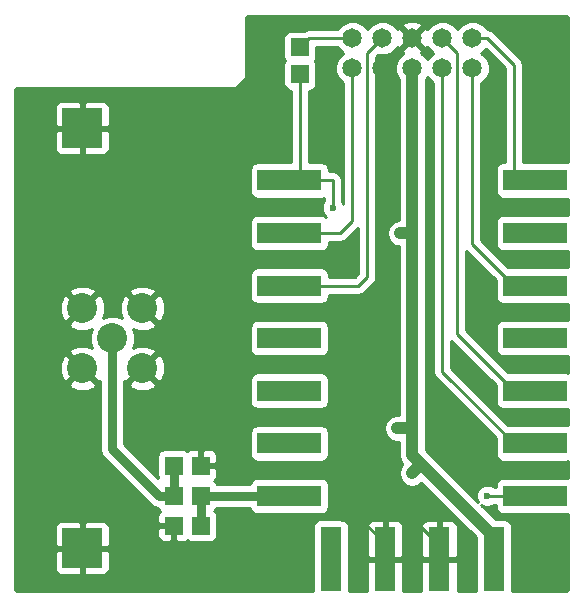
<source format=gtl>
G04 #@! TF.FileFunction,Copper,L1,Top,Signal*
%FSLAX46Y46*%
G04 Gerber Fmt 4.6, Leading zero omitted, Abs format (unit mm)*
G04 Created by KiCad (PCBNEW 0.201506232253+5814~23~ubuntu14.04.1-product) date Mon 29 Jun 2015 10:40:57 AM CDT*
%MOMM*%
G01*
G04 APERTURE LIST*
%ADD10C,0.100000*%
%ADD11C,2.540000*%
%ADD12C,1.651000*%
%ADD13R,3.350000X3.350000*%
%ADD14R,1.498600X1.498600*%
%ADD15R,5.400000X1.800000*%
%ADD16R,1.800000X5.400000*%
%ADD17C,0.600000*%
%ADD18C,1.016000*%
%ADD19C,0.250000*%
%ADD20C,0.787400*%
%ADD21C,0.254000*%
G04 APERTURE END LIST*
D10*
D11*
X119380000Y-109220000D03*
X121920000Y-106680000D03*
X121920000Y-111760000D03*
X116840000Y-111760000D03*
X116840000Y-106680000D03*
D12*
X139700000Y-83820000D03*
X139700000Y-86360000D03*
X142240000Y-83820000D03*
X142240000Y-86360000D03*
X144780000Y-83820000D03*
X144780000Y-86360000D03*
X147320000Y-83820000D03*
X147320000Y-86360000D03*
X149860000Y-83820000D03*
X149860000Y-86360000D03*
D13*
X116840000Y-127000000D03*
X116840000Y-91440000D03*
D14*
X124579380Y-120015000D03*
X126880620Y-120015000D03*
X126880620Y-125095000D03*
X124579380Y-125095000D03*
X124579380Y-122555000D03*
X126880620Y-122555000D03*
X135255000Y-86875620D03*
X135255000Y-84574380D03*
D15*
X134380000Y-95870000D03*
X134380000Y-100320000D03*
X134380000Y-104770000D03*
X134380000Y-109220000D03*
X134380000Y-113670000D03*
X134380000Y-118120000D03*
X134380000Y-122570000D03*
D16*
X137880000Y-127920000D03*
X142480000Y-127920000D03*
X147080000Y-127920000D03*
X151680000Y-127920000D03*
D15*
X155180000Y-122570000D03*
X155180000Y-118120000D03*
X155180000Y-113670000D03*
X155180000Y-109220000D03*
X155180000Y-104770000D03*
X155180000Y-100320000D03*
X155180000Y-95870000D03*
D17*
X144780000Y-120650000D03*
X143510000Y-116840000D03*
X143764000Y-100330000D03*
X144780000Y-124460000D03*
X140335000Y-124460000D03*
X132715000Y-91440000D03*
X132715000Y-83820000D03*
X137795000Y-91440000D03*
X156210000Y-128905000D03*
X140970000Y-106680000D03*
X140970000Y-113030000D03*
X150495000Y-106680000D03*
X147320000Y-115570000D03*
X149860000Y-112395000D03*
X151130000Y-98425000D03*
X121285000Y-91440000D03*
X133350000Y-127000000D03*
X121285000Y-127000000D03*
X156845000Y-84455000D03*
X156845000Y-91440000D03*
X151130000Y-122555000D03*
X138049000Y-98171000D03*
D18*
X145415000Y-120015000D02*
X145415000Y-119761000D01*
X145542000Y-119888000D02*
X145415000Y-120015000D01*
X144780000Y-120650000D02*
X145542000Y-119888000D01*
X143510000Y-116840000D02*
X144780000Y-116840000D01*
X143764000Y-100330000D02*
X144780000Y-100330000D01*
X144780000Y-86360000D02*
X144780000Y-100330000D01*
X144780000Y-100330000D02*
X144780000Y-116840000D01*
X144780000Y-116840000D02*
X144780000Y-119126000D01*
X144780000Y-119126000D02*
X145415000Y-119761000D01*
X145415000Y-119761000D02*
X151680000Y-126026000D01*
X151680000Y-126026000D02*
X151680000Y-126120000D01*
X151680000Y-126026000D02*
X151680000Y-126120000D01*
X151680000Y-129312760D02*
X151680000Y-126120000D01*
D19*
X146440000Y-126120000D02*
X144780000Y-124460000D01*
X147080000Y-126120000D02*
X146440000Y-126120000D01*
X147080000Y-126120000D02*
X147075000Y-126120000D01*
X142480000Y-126120000D02*
X141995000Y-126120000D01*
X141995000Y-126120000D02*
X140335000Y-124460000D01*
X132715000Y-83820000D02*
X132715000Y-91440000D01*
X142480000Y-126120000D02*
X143120000Y-126120000D01*
X140970000Y-113030000D02*
X140970000Y-106680000D01*
X116840000Y-91440000D02*
X121285000Y-91440000D01*
X116840000Y-127000000D02*
X121285000Y-127000000D01*
X156845000Y-84455000D02*
X156845000Y-91440000D01*
X139700000Y-83820000D02*
X136009380Y-83820000D01*
X136009380Y-83820000D02*
X135255000Y-84574380D01*
X139700000Y-96800000D02*
X139700000Y-99314000D01*
X139700000Y-86360000D02*
X139700000Y-96800000D01*
X138694000Y-100320000D02*
X136180000Y-100320000D01*
X139700000Y-99314000D02*
X138694000Y-100320000D01*
X140970000Y-100076000D02*
X140970000Y-104013000D01*
X140213000Y-104770000D02*
X136180000Y-104770000D01*
X140970000Y-104013000D02*
X140213000Y-104770000D01*
X140970000Y-85090000D02*
X140970000Y-100076000D01*
X140970000Y-100076000D02*
X140970000Y-99980000D01*
X142240000Y-83820000D02*
X140970000Y-85090000D01*
X148590000Y-85090000D02*
X148590000Y-108880000D01*
X148590000Y-108880000D02*
X153380000Y-113670000D01*
X147320000Y-83820000D02*
X148590000Y-85090000D01*
X147320000Y-112060000D02*
X153380000Y-118120000D01*
X147320000Y-86360000D02*
X147320000Y-112060000D01*
X151130000Y-83820000D02*
X153380000Y-86070000D01*
X153380000Y-86070000D02*
X153380000Y-95870000D01*
X149860000Y-83820000D02*
X151130000Y-83820000D01*
X149860000Y-101250000D02*
X153380000Y-104770000D01*
X149860000Y-86360000D02*
X149860000Y-101250000D01*
X151145000Y-122570000D02*
X153380000Y-122570000D01*
X151130000Y-122555000D02*
X151145000Y-122570000D01*
X153380000Y-122570000D02*
X153304000Y-122570000D01*
X153050000Y-122570000D02*
X153380000Y-122570000D01*
D20*
X119380000Y-109220000D02*
X119380000Y-118618000D01*
X123317000Y-122555000D02*
X124579380Y-122555000D01*
X119380000Y-118618000D02*
X123317000Y-122555000D01*
X124579380Y-122555000D02*
X124579380Y-120015000D01*
X126880620Y-125095000D02*
X126880620Y-122555000D01*
X136180000Y-122570000D02*
X126895620Y-122570000D01*
X126895620Y-122570000D02*
X126880620Y-122555000D01*
X136180000Y-122570000D02*
X132730000Y-122570000D01*
D19*
X135255000Y-86875620D02*
X135255000Y-94945000D01*
X135255000Y-94945000D02*
X136180000Y-95870000D01*
X136180000Y-95870000D02*
X138049000Y-95870000D01*
X138049000Y-95870000D02*
X138049000Y-95885000D01*
X138049000Y-98171000D02*
X138049000Y-95885000D01*
D21*
G36*
X151832560Y-123470000D02*
X151879537Y-123712123D01*
X152019327Y-123924927D01*
X152230360Y-124067377D01*
X152480000Y-124117440D01*
X157880000Y-124117440D01*
X157938000Y-124106187D01*
X157938000Y-130526264D01*
X157831264Y-130633000D01*
X153224833Y-130633000D01*
X153227440Y-130620000D01*
X153227440Y-125220000D01*
X153180463Y-124977877D01*
X153040673Y-124765073D01*
X152829640Y-124622623D01*
X152580000Y-124572560D01*
X151843006Y-124572560D01*
X150630395Y-123359949D01*
X150943201Y-123489838D01*
X151315167Y-123490162D01*
X151658943Y-123348117D01*
X151677092Y-123330000D01*
X151832560Y-123330000D01*
X151832560Y-123470000D01*
X151832560Y-123470000D01*
G37*
X151832560Y-123470000D02*
X151879537Y-123712123D01*
X152019327Y-123924927D01*
X152230360Y-124067377D01*
X152480000Y-124117440D01*
X157880000Y-124117440D01*
X157938000Y-124106187D01*
X157938000Y-130526264D01*
X157831264Y-130633000D01*
X153224833Y-130633000D01*
X153227440Y-130620000D01*
X153227440Y-125220000D01*
X153180463Y-124977877D01*
X153040673Y-124765073D01*
X152829640Y-124622623D01*
X152580000Y-124572560D01*
X151843006Y-124572560D01*
X150630395Y-123359949D01*
X150943201Y-123489838D01*
X151315167Y-123490162D01*
X151658943Y-123348117D01*
X151677092Y-123330000D01*
X151832560Y-123330000D01*
X151832560Y-123470000D01*
G36*
X157938000Y-82071736D02*
X157938000Y-94334191D01*
X157880000Y-94322560D01*
X154140000Y-94322560D01*
X154140000Y-86070000D01*
X154082148Y-85779161D01*
X153917401Y-85532599D01*
X151667401Y-83282599D01*
X151420839Y-83117852D01*
X151130000Y-83060000D01*
X151126238Y-83060000D01*
X151098874Y-82993774D01*
X150688387Y-82582570D01*
X150151786Y-82359754D01*
X149570763Y-82359247D01*
X149033774Y-82581126D01*
X148622570Y-82991613D01*
X148590196Y-83069579D01*
X148558874Y-82993774D01*
X148148387Y-82582570D01*
X147611786Y-82359754D01*
X147030763Y-82359247D01*
X146493774Y-82581126D01*
X146082570Y-82991613D01*
X146056513Y-83054366D01*
X146054976Y-83050656D01*
X145806215Y-82973390D01*
X144959605Y-83820000D01*
X145806215Y-84666610D01*
X146054976Y-84589344D01*
X146056211Y-84585926D01*
X146081126Y-84646226D01*
X146491613Y-85057430D01*
X146569579Y-85089804D01*
X146493774Y-85121126D01*
X146082570Y-85531613D01*
X146050196Y-85609579D01*
X146018874Y-85533774D01*
X145608387Y-85122570D01*
X145545634Y-85096513D01*
X145549344Y-85094976D01*
X145626610Y-84846215D01*
X144780000Y-83999605D01*
X143933390Y-84846215D01*
X144010656Y-85094976D01*
X144014074Y-85096211D01*
X143953774Y-85121126D01*
X143542570Y-85531613D01*
X143319754Y-86068214D01*
X143319247Y-86649237D01*
X143541126Y-87186226D01*
X143637000Y-87282267D01*
X143637000Y-99212262D01*
X143326593Y-99274006D01*
X142955777Y-99521777D01*
X142708006Y-99892593D01*
X142621000Y-100330000D01*
X142708006Y-100767407D01*
X142955777Y-101138223D01*
X143326593Y-101385994D01*
X143637000Y-101447738D01*
X143637000Y-115697000D01*
X143510000Y-115697000D01*
X143072593Y-115784006D01*
X142701777Y-116031777D01*
X142454006Y-116402593D01*
X142367000Y-116840000D01*
X142454006Y-117277407D01*
X142701777Y-117648223D01*
X143072593Y-117895994D01*
X143510000Y-117983000D01*
X143637000Y-117983000D01*
X143637000Y-119126000D01*
X143724006Y-119563407D01*
X143940892Y-119888000D01*
X143724006Y-120212593D01*
X143637000Y-120650000D01*
X143724006Y-121087407D01*
X143971777Y-121458223D01*
X144342593Y-121705994D01*
X144780000Y-121793000D01*
X145217407Y-121705994D01*
X145532806Y-121495252D01*
X150132560Y-126095006D01*
X150132560Y-130620000D01*
X150135082Y-130633000D01*
X148615000Y-130633000D01*
X148615000Y-128205750D01*
X148456250Y-128047000D01*
X147207000Y-128047000D01*
X147207000Y-128067000D01*
X146953000Y-128067000D01*
X146953000Y-128047000D01*
X145703750Y-128047000D01*
X145545000Y-128205750D01*
X145545000Y-130633000D01*
X144015000Y-130633000D01*
X144015000Y-128205750D01*
X143856250Y-128047000D01*
X142607000Y-128047000D01*
X142607000Y-128067000D01*
X142353000Y-128067000D01*
X142353000Y-128047000D01*
X141103750Y-128047000D01*
X140945000Y-128205750D01*
X140945000Y-130633000D01*
X139424833Y-130633000D01*
X139427440Y-130620000D01*
X139427440Y-125220000D01*
X139380463Y-124977877D01*
X139240673Y-124765073D01*
X139029640Y-124622623D01*
X138842032Y-124585000D01*
X141453691Y-124585000D01*
X141220302Y-124681673D01*
X141041673Y-124860301D01*
X140945000Y-125093690D01*
X140945000Y-127634250D01*
X141103750Y-127793000D01*
X142353000Y-127793000D01*
X142353000Y-124743750D01*
X142194250Y-124585000D01*
X142765750Y-124585000D01*
X142194250Y-124585000D01*
X142194250Y-124585000D01*
X142765750Y-124585000D01*
X142607000Y-124743750D01*
X142607000Y-127793000D01*
X143856250Y-127793000D01*
X144015000Y-127634250D01*
X144015000Y-125093690D01*
X143918327Y-124860301D01*
X143739698Y-124681673D01*
X143506309Y-124585000D01*
X146053691Y-124585000D01*
X145820302Y-124681673D01*
X145641673Y-124860301D01*
X145545000Y-125093690D01*
X145545000Y-127634250D01*
X145703750Y-127793000D01*
X146953000Y-127793000D01*
X146953000Y-124743750D01*
X146794250Y-124585000D01*
X147365750Y-124585000D01*
X146794250Y-124585000D01*
X146794250Y-124585000D01*
X147365750Y-124585000D01*
X147207000Y-124743750D01*
X147207000Y-127793000D01*
X148456250Y-127793000D01*
X148615000Y-127634250D01*
X148615000Y-125093690D01*
X148518327Y-124860301D01*
X148339698Y-124681673D01*
X148106309Y-124585000D01*
X147365750Y-124585000D01*
X146794250Y-124585000D01*
X146794250Y-124585000D01*
X146053691Y-124585000D01*
X143506309Y-124585000D01*
X143506309Y-124585000D01*
X142765750Y-124585000D01*
X142194250Y-124585000D01*
X142194250Y-124585000D01*
X141453691Y-124585000D01*
X138842032Y-124585000D01*
X138780000Y-124572560D01*
X136980000Y-124572560D01*
X136737877Y-124619537D01*
X136525073Y-124759327D01*
X136382623Y-124970360D01*
X136332560Y-125220000D01*
X136332560Y-130620000D01*
X136335082Y-130633000D01*
X111281736Y-130633000D01*
X111175000Y-130526264D01*
X111175000Y-127127000D01*
X114688750Y-127127000D01*
X114530000Y-127285750D01*
X114530000Y-128801310D01*
X114626673Y-129034699D01*
X114805302Y-129213327D01*
X115038691Y-129310000D01*
X116554250Y-129310000D01*
X116713000Y-129151250D01*
X116713000Y-127127000D01*
X116967000Y-127127000D01*
X116967000Y-129151250D01*
X117125750Y-129310000D01*
X118641309Y-129310000D01*
X118874698Y-129213327D01*
X119053327Y-129034699D01*
X119150000Y-128801310D01*
X119150000Y-127285750D01*
X118991250Y-127127000D01*
X116967000Y-127127000D01*
X116713000Y-127127000D01*
X116713000Y-127127000D01*
X114688750Y-127127000D01*
X111175000Y-127127000D01*
X111175000Y-124690000D01*
X115038691Y-124690000D01*
X114805302Y-124786673D01*
X114626673Y-124965301D01*
X114530000Y-125198690D01*
X114530000Y-126714250D01*
X114688750Y-126873000D01*
X116713000Y-126873000D01*
X116713000Y-124848750D01*
X116554250Y-124690000D01*
X117125750Y-124690000D01*
X116967000Y-124848750D01*
X116967000Y-126873000D01*
X118991250Y-126873000D01*
X119150000Y-126714250D01*
X119150000Y-125222000D01*
X123353830Y-125222000D01*
X123195080Y-125380750D01*
X123195080Y-125970610D01*
X123291753Y-126203999D01*
X123470382Y-126382627D01*
X123703771Y-126479300D01*
X124293630Y-126479300D01*
X124452380Y-126320550D01*
X124452380Y-125222000D01*
X123353830Y-125222000D01*
X119150000Y-125222000D01*
X119150000Y-125198690D01*
X119053327Y-124965301D01*
X118874698Y-124786673D01*
X118641309Y-124690000D01*
X117125750Y-124690000D01*
X116554250Y-124690000D01*
X116554250Y-124690000D01*
X115038691Y-124690000D01*
X111175000Y-124690000D01*
X111175000Y-113107777D01*
X115671828Y-113107777D01*
X115803520Y-113402657D01*
X116511036Y-113674261D01*
X117268632Y-113654436D01*
X117876480Y-113402657D01*
X118008172Y-113107777D01*
X116840000Y-111939605D01*
X115671828Y-113107777D01*
X111175000Y-113107777D01*
X111175000Y-110723520D01*
X115197343Y-110723520D01*
X114925739Y-111431036D01*
X114945564Y-112188632D01*
X115197343Y-112796480D01*
X115492223Y-112928172D01*
X116660395Y-111760000D01*
X115492223Y-110591828D01*
X115197343Y-110723520D01*
X111175000Y-110723520D01*
X111175000Y-108027777D01*
X115671828Y-108027777D01*
X115803520Y-108322657D01*
X116511036Y-108594261D01*
X117268632Y-108574436D01*
X117651150Y-108415992D01*
X117475332Y-108839410D01*
X117474670Y-109597265D01*
X117654324Y-110032061D01*
X117168964Y-109845739D01*
X116411368Y-109865564D01*
X115803520Y-110117343D01*
X115671828Y-110412223D01*
X116840000Y-111580395D01*
X116854143Y-111566253D01*
X117033748Y-111745858D01*
X117019605Y-111760000D01*
X118187777Y-112928172D01*
X118351300Y-112855143D01*
X118351300Y-118618000D01*
X118429605Y-119011667D01*
X118652599Y-119345401D01*
X122589599Y-123282401D01*
X122923333Y-123505395D01*
X123244651Y-123569310D01*
X123369407Y-123759227D01*
X123458434Y-123819321D01*
X123291753Y-123986001D01*
X123195080Y-124219390D01*
X123195080Y-124809250D01*
X123353830Y-124968000D01*
X124452380Y-124968000D01*
X124452380Y-124948000D01*
X124706380Y-124948000D01*
X124706380Y-124968000D01*
X124726380Y-124968000D01*
X124726380Y-125222000D01*
X124706380Y-125222000D01*
X124706380Y-126320550D01*
X124865130Y-126479300D01*
X125454989Y-126479300D01*
X125688378Y-126382627D01*
X125731023Y-126339982D01*
X125881680Y-126441677D01*
X126131320Y-126491740D01*
X127629920Y-126491740D01*
X127872043Y-126444763D01*
X128084847Y-126304973D01*
X128227297Y-126093940D01*
X128277360Y-125844300D01*
X128277360Y-124345700D01*
X128230383Y-124103577D01*
X128090593Y-123890773D01*
X127993308Y-123825104D01*
X128084847Y-123764973D01*
X128197083Y-123598700D01*
X131057531Y-123598700D01*
X131079537Y-123712123D01*
X131219327Y-123924927D01*
X131430360Y-124067377D01*
X131680000Y-124117440D01*
X137080000Y-124117440D01*
X137322123Y-124070463D01*
X137534927Y-123930673D01*
X137677377Y-123719640D01*
X137727440Y-123470000D01*
X137727440Y-121670000D01*
X137680463Y-121427877D01*
X137540673Y-121215073D01*
X137329640Y-121072623D01*
X137080000Y-121022560D01*
X131680000Y-121022560D01*
X131437877Y-121069537D01*
X131225073Y-121209327D01*
X131082623Y-121420360D01*
X131058370Y-121541300D01*
X128215749Y-121541300D01*
X128090593Y-121350773D01*
X128001566Y-121290679D01*
X128168247Y-121123999D01*
X128264920Y-120890610D01*
X128264920Y-120300750D01*
X128106170Y-120142000D01*
X127007620Y-120142000D01*
X127007620Y-120162000D01*
X126753620Y-120162000D01*
X126753620Y-120142000D01*
X126733620Y-120142000D01*
X126733620Y-119888000D01*
X126753620Y-119888000D01*
X126753620Y-118789450D01*
X126594870Y-118630700D01*
X127166370Y-118630700D01*
X127007620Y-118789450D01*
X127007620Y-119888000D01*
X128106170Y-119888000D01*
X128264920Y-119729250D01*
X128264920Y-119139390D01*
X128168247Y-118906001D01*
X127989618Y-118727373D01*
X127756229Y-118630700D01*
X127166370Y-118630700D01*
X126594870Y-118630700D01*
X126594870Y-118630700D01*
X126005011Y-118630700D01*
X125771622Y-118727373D01*
X125728977Y-118770018D01*
X125578320Y-118668323D01*
X125328680Y-118618260D01*
X123830080Y-118618260D01*
X123587957Y-118665237D01*
X123375153Y-118805027D01*
X123232703Y-119016060D01*
X123182640Y-119265700D01*
X123182640Y-120764300D01*
X123229617Y-121006423D01*
X123241855Y-121025053D01*
X120408700Y-118191898D01*
X120408700Y-116572560D01*
X131680000Y-116572560D01*
X131437877Y-116619537D01*
X131225073Y-116759327D01*
X131082623Y-116970360D01*
X131032560Y-117220000D01*
X131032560Y-119020000D01*
X131079537Y-119262123D01*
X131219327Y-119474927D01*
X131430360Y-119617377D01*
X131680000Y-119667440D01*
X137080000Y-119667440D01*
X137322123Y-119620463D01*
X137534927Y-119480673D01*
X137677377Y-119269640D01*
X137727440Y-119020000D01*
X137727440Y-117220000D01*
X137680463Y-116977877D01*
X137540673Y-116765073D01*
X137329640Y-116622623D01*
X137080000Y-116572560D01*
X131680000Y-116572560D01*
X120408700Y-116572560D01*
X120408700Y-114570000D01*
X131032560Y-114570000D01*
X131079537Y-114812123D01*
X131219327Y-115024927D01*
X131430360Y-115167377D01*
X131680000Y-115217440D01*
X137080000Y-115217440D01*
X137322123Y-115170463D01*
X137534927Y-115030673D01*
X137677377Y-114819640D01*
X137727440Y-114570000D01*
X137727440Y-112770000D01*
X137680463Y-112527877D01*
X137540673Y-112315073D01*
X137329640Y-112172623D01*
X137080000Y-112122560D01*
X131680000Y-112122560D01*
X123821364Y-112122560D01*
X123834261Y-112088964D01*
X123814436Y-111331368D01*
X123562657Y-110723520D01*
X123267777Y-110591828D01*
X122099605Y-111760000D01*
X123267777Y-112928172D01*
X123562657Y-112796480D01*
X123821364Y-112122560D01*
X131680000Y-112122560D01*
X123821364Y-112122560D01*
X123821364Y-112122560D01*
X131680000Y-112122560D01*
X131437877Y-112169537D01*
X131225073Y-112309327D01*
X131082623Y-112520360D01*
X131032560Y-112770000D01*
X131032560Y-114570000D01*
X120408700Y-114570000D01*
X120408700Y-113107777D01*
X120751828Y-113107777D01*
X120883520Y-113402657D01*
X121591036Y-113674261D01*
X122348632Y-113654436D01*
X122956480Y-113402657D01*
X123088172Y-113107777D01*
X121920000Y-111939605D01*
X120751828Y-113107777D01*
X120408700Y-113107777D01*
X120408700Y-112855143D01*
X120572223Y-112928172D01*
X121740395Y-111760000D01*
X121726253Y-111745858D01*
X121905858Y-111566253D01*
X121920000Y-111580395D01*
X123088172Y-110412223D01*
X122956480Y-110117343D01*
X122248964Y-109845739D01*
X121491368Y-109865564D01*
X121108850Y-110024008D01*
X121284668Y-109600590D01*
X121285330Y-108842735D01*
X121105676Y-108407939D01*
X121591036Y-108594261D01*
X122348632Y-108574436D01*
X122956480Y-108322657D01*
X123088172Y-108027777D01*
X122919722Y-107859327D01*
X131225073Y-107859327D01*
X131082623Y-108070360D01*
X131032560Y-108320000D01*
X131032560Y-110120000D01*
X131079537Y-110362123D01*
X131219327Y-110574927D01*
X131430360Y-110717377D01*
X131680000Y-110767440D01*
X137080000Y-110767440D01*
X137322123Y-110720463D01*
X137534927Y-110580673D01*
X137677377Y-110369640D01*
X137727440Y-110120000D01*
X137727440Y-108320000D01*
X137680463Y-108077877D01*
X137540673Y-107865073D01*
X137329640Y-107722623D01*
X137080000Y-107672560D01*
X131680000Y-107672560D01*
X123579517Y-107672560D01*
X123834261Y-107008964D01*
X123814436Y-106251368D01*
X123562657Y-105643520D01*
X123267777Y-105511828D01*
X122099605Y-106680000D01*
X123267777Y-107848172D01*
X123562657Y-107716480D01*
X123579517Y-107672560D01*
X131680000Y-107672560D01*
X123579517Y-107672560D01*
X123579517Y-107672560D01*
X131680000Y-107672560D01*
X131437877Y-107719537D01*
X131225073Y-107859327D01*
X122919722Y-107859327D01*
X121920000Y-106859605D01*
X121905858Y-106873748D01*
X121726253Y-106694143D01*
X121740395Y-106680000D01*
X120572223Y-105511828D01*
X120277343Y-105643520D01*
X120005739Y-106351036D01*
X120025564Y-107108632D01*
X120184008Y-107491150D01*
X119760590Y-107315332D01*
X119002735Y-107314670D01*
X118567939Y-107494324D01*
X118754261Y-107008964D01*
X118734436Y-106251368D01*
X118482657Y-105643520D01*
X118187777Y-105511828D01*
X117828567Y-105511828D01*
X118008172Y-105332223D01*
X117876480Y-105037343D01*
X117220607Y-104785564D01*
X121491368Y-104785564D01*
X120883520Y-105037343D01*
X120751828Y-105332223D01*
X121920000Y-106500395D01*
X123088172Y-105332223D01*
X122956480Y-105037343D01*
X122248964Y-104765739D01*
X121491368Y-104785564D01*
X117220607Y-104785564D01*
X117168964Y-104765739D01*
X116411368Y-104785564D01*
X115803520Y-105037343D01*
X115671828Y-105332223D01*
X116840000Y-106500395D01*
X117828567Y-105511828D01*
X118187777Y-105511828D01*
X117828567Y-105511828D01*
X117828567Y-105511828D01*
X118187777Y-105511828D01*
X117019605Y-106680000D01*
X116660395Y-106680000D01*
X116660395Y-106680000D01*
X115492223Y-105511828D01*
X115197343Y-105643520D01*
X114925739Y-106351036D01*
X114945564Y-107108632D01*
X115197343Y-107716480D01*
X115492223Y-107848172D01*
X116660395Y-106680000D01*
X117019605Y-106680000D01*
X116660395Y-106680000D01*
X116660395Y-106680000D01*
X117019605Y-106680000D01*
X117033748Y-106694143D01*
X116854143Y-106873748D01*
X116840000Y-106859605D01*
X115671828Y-108027777D01*
X111175000Y-108027777D01*
X111175000Y-91567000D01*
X114688750Y-91567000D01*
X114530000Y-91725750D01*
X114530000Y-93241310D01*
X114626673Y-93474699D01*
X114805302Y-93653327D01*
X115038691Y-93750000D01*
X116554250Y-93750000D01*
X116713000Y-93591250D01*
X116713000Y-91567000D01*
X116967000Y-91567000D01*
X116713000Y-91567000D01*
X116713000Y-91567000D01*
X116967000Y-91567000D01*
X116967000Y-93591250D01*
X117125750Y-93750000D01*
X118641309Y-93750000D01*
X118874698Y-93653327D01*
X119053327Y-93474699D01*
X119150000Y-93241310D01*
X119150000Y-91725750D01*
X118991250Y-91567000D01*
X116967000Y-91567000D01*
X116713000Y-91567000D01*
X116713000Y-91567000D01*
X114688750Y-91567000D01*
X111175000Y-91567000D01*
X111175000Y-89130000D01*
X115038691Y-89130000D01*
X114805302Y-89226673D01*
X114626673Y-89405301D01*
X114530000Y-89638690D01*
X114530000Y-91154250D01*
X114688750Y-91313000D01*
X116713000Y-91313000D01*
X116713000Y-89288750D01*
X116554250Y-89130000D01*
X117125750Y-89130000D01*
X116554250Y-89130000D01*
X116554250Y-89130000D01*
X117125750Y-89130000D01*
X116967000Y-89288750D01*
X116967000Y-91313000D01*
X118991250Y-91313000D01*
X119150000Y-91154250D01*
X119150000Y-89638690D01*
X119053327Y-89405301D01*
X118874698Y-89226673D01*
X118641309Y-89130000D01*
X117125750Y-89130000D01*
X116554250Y-89130000D01*
X116554250Y-89130000D01*
X115038691Y-89130000D01*
X111175000Y-89130000D01*
X111175000Y-88167736D01*
X111281736Y-88061000D01*
X129540000Y-88061000D01*
X129802138Y-88008857D01*
X130024368Y-87860368D01*
X130532368Y-87352368D01*
X130680857Y-87130138D01*
X130733000Y-86868000D01*
X130733000Y-82359247D01*
X139410763Y-82359247D01*
X138873774Y-82581126D01*
X138462570Y-82991613D01*
X138434173Y-83060000D01*
X136009380Y-83060000D01*
X135766794Y-83108254D01*
X135718540Y-83117852D01*
X135629061Y-83177640D01*
X134505700Y-83177640D01*
X134263577Y-83224617D01*
X134050773Y-83364407D01*
X133908323Y-83575440D01*
X133858260Y-83825080D01*
X133858260Y-85323680D01*
X133905237Y-85565803D01*
X134010255Y-85725673D01*
X133908323Y-85876680D01*
X133858260Y-86126320D01*
X133858260Y-87624920D01*
X133905237Y-87867043D01*
X134045027Y-88079847D01*
X134256060Y-88222297D01*
X134495000Y-88270214D01*
X134495000Y-94322560D01*
X131680000Y-94322560D01*
X131437877Y-94369537D01*
X131225073Y-94509327D01*
X131082623Y-94720360D01*
X131032560Y-94970000D01*
X131032560Y-96770000D01*
X131079537Y-97012123D01*
X131219327Y-97224927D01*
X131430360Y-97367377D01*
X131680000Y-97417440D01*
X137080000Y-97417440D01*
X137289000Y-97376890D01*
X137289000Y-97608537D01*
X137256808Y-97640673D01*
X137114162Y-97984201D01*
X137113838Y-98356167D01*
X137255883Y-98699943D01*
X137478979Y-98923429D01*
X137329640Y-98822623D01*
X137080000Y-98772560D01*
X131680000Y-98772560D01*
X131437877Y-98819537D01*
X131225073Y-98959327D01*
X131082623Y-99170360D01*
X131032560Y-99420000D01*
X131032560Y-101220000D01*
X131079537Y-101462123D01*
X131219327Y-101674927D01*
X131430360Y-101817377D01*
X131680000Y-101867440D01*
X137080000Y-101867440D01*
X137322123Y-101820463D01*
X137534927Y-101680673D01*
X137677377Y-101469640D01*
X137727440Y-101220000D01*
X137727440Y-101080000D01*
X138694000Y-101080000D01*
X138984839Y-101022148D01*
X139231401Y-100857401D01*
X140210000Y-99878802D01*
X140210000Y-103698198D01*
X139898198Y-104010000D01*
X137727440Y-104010000D01*
X137727440Y-103870000D01*
X137680463Y-103627877D01*
X137540673Y-103415073D01*
X137329640Y-103272623D01*
X137080000Y-103222560D01*
X131680000Y-103222560D01*
X131437877Y-103269537D01*
X131225073Y-103409327D01*
X131082623Y-103620360D01*
X131032560Y-103870000D01*
X131032560Y-105670000D01*
X131079537Y-105912123D01*
X131219327Y-106124927D01*
X131430360Y-106267377D01*
X131680000Y-106317440D01*
X137080000Y-106317440D01*
X137322123Y-106270463D01*
X137534927Y-106130673D01*
X137677377Y-105919640D01*
X137727440Y-105670000D01*
X137727440Y-105530000D01*
X140213000Y-105530000D01*
X140503839Y-105472148D01*
X140750401Y-105307401D01*
X141507401Y-104550401D01*
X141672148Y-104303839D01*
X141730000Y-104013000D01*
X141730000Y-85404802D01*
X141882036Y-85252766D01*
X141948214Y-85280246D01*
X142529237Y-85280753D01*
X143066226Y-85058874D01*
X143477430Y-84648387D01*
X143503487Y-84585634D01*
X143505024Y-84589344D01*
X143753785Y-84666610D01*
X144600395Y-83820000D01*
X143753785Y-82973390D01*
X143505024Y-83050656D01*
X143503789Y-83054074D01*
X143478874Y-82993774D01*
X143068387Y-82582570D01*
X142567171Y-82374447D01*
X144422465Y-82374447D01*
X144010656Y-82545024D01*
X143933390Y-82793785D01*
X144780000Y-83640395D01*
X145626610Y-82793785D01*
X145549344Y-82545024D01*
X145002869Y-82347660D01*
X144422465Y-82374447D01*
X142567171Y-82374447D01*
X142531786Y-82359754D01*
X141950763Y-82359247D01*
X141413774Y-82581126D01*
X141002570Y-82991613D01*
X140970196Y-83069579D01*
X140938874Y-82993774D01*
X140528387Y-82582570D01*
X139991786Y-82359754D01*
X139410763Y-82359247D01*
X130733000Y-82359247D01*
X130733000Y-82071736D01*
X130839736Y-81965000D01*
X157831264Y-81965000D01*
X157938000Y-82071736D01*
X157938000Y-82071736D01*
G37*
X157938000Y-82071736D02*
X157938000Y-94334191D01*
X157880000Y-94322560D01*
X154140000Y-94322560D01*
X154140000Y-86070000D01*
X154082148Y-85779161D01*
X153917401Y-85532599D01*
X151667401Y-83282599D01*
X151420839Y-83117852D01*
X151130000Y-83060000D01*
X151126238Y-83060000D01*
X151098874Y-82993774D01*
X150688387Y-82582570D01*
X150151786Y-82359754D01*
X149570763Y-82359247D01*
X149033774Y-82581126D01*
X148622570Y-82991613D01*
X148590196Y-83069579D01*
X148558874Y-82993774D01*
X148148387Y-82582570D01*
X147611786Y-82359754D01*
X147030763Y-82359247D01*
X146493774Y-82581126D01*
X146082570Y-82991613D01*
X146056513Y-83054366D01*
X146054976Y-83050656D01*
X145806215Y-82973390D01*
X144959605Y-83820000D01*
X145806215Y-84666610D01*
X146054976Y-84589344D01*
X146056211Y-84585926D01*
X146081126Y-84646226D01*
X146491613Y-85057430D01*
X146569579Y-85089804D01*
X146493774Y-85121126D01*
X146082570Y-85531613D01*
X146050196Y-85609579D01*
X146018874Y-85533774D01*
X145608387Y-85122570D01*
X145545634Y-85096513D01*
X145549344Y-85094976D01*
X145626610Y-84846215D01*
X144780000Y-83999605D01*
X143933390Y-84846215D01*
X144010656Y-85094976D01*
X144014074Y-85096211D01*
X143953774Y-85121126D01*
X143542570Y-85531613D01*
X143319754Y-86068214D01*
X143319247Y-86649237D01*
X143541126Y-87186226D01*
X143637000Y-87282267D01*
X143637000Y-99212262D01*
X143326593Y-99274006D01*
X142955777Y-99521777D01*
X142708006Y-99892593D01*
X142621000Y-100330000D01*
X142708006Y-100767407D01*
X142955777Y-101138223D01*
X143326593Y-101385994D01*
X143637000Y-101447738D01*
X143637000Y-115697000D01*
X143510000Y-115697000D01*
X143072593Y-115784006D01*
X142701777Y-116031777D01*
X142454006Y-116402593D01*
X142367000Y-116840000D01*
X142454006Y-117277407D01*
X142701777Y-117648223D01*
X143072593Y-117895994D01*
X143510000Y-117983000D01*
X143637000Y-117983000D01*
X143637000Y-119126000D01*
X143724006Y-119563407D01*
X143940892Y-119888000D01*
X143724006Y-120212593D01*
X143637000Y-120650000D01*
X143724006Y-121087407D01*
X143971777Y-121458223D01*
X144342593Y-121705994D01*
X144780000Y-121793000D01*
X145217407Y-121705994D01*
X145532806Y-121495252D01*
X150132560Y-126095006D01*
X150132560Y-130620000D01*
X150135082Y-130633000D01*
X148615000Y-130633000D01*
X148615000Y-128205750D01*
X148456250Y-128047000D01*
X147207000Y-128047000D01*
X147207000Y-128067000D01*
X146953000Y-128067000D01*
X146953000Y-128047000D01*
X145703750Y-128047000D01*
X145545000Y-128205750D01*
X145545000Y-130633000D01*
X144015000Y-130633000D01*
X144015000Y-128205750D01*
X143856250Y-128047000D01*
X142607000Y-128047000D01*
X142607000Y-128067000D01*
X142353000Y-128067000D01*
X142353000Y-128047000D01*
X141103750Y-128047000D01*
X140945000Y-128205750D01*
X140945000Y-130633000D01*
X139424833Y-130633000D01*
X139427440Y-130620000D01*
X139427440Y-125220000D01*
X139380463Y-124977877D01*
X139240673Y-124765073D01*
X139029640Y-124622623D01*
X138842032Y-124585000D01*
X141453691Y-124585000D01*
X141220302Y-124681673D01*
X141041673Y-124860301D01*
X140945000Y-125093690D01*
X140945000Y-127634250D01*
X141103750Y-127793000D01*
X142353000Y-127793000D01*
X142353000Y-124743750D01*
X142194250Y-124585000D01*
X142765750Y-124585000D01*
X142194250Y-124585000D01*
X142194250Y-124585000D01*
X142765750Y-124585000D01*
X142607000Y-124743750D01*
X142607000Y-127793000D01*
X143856250Y-127793000D01*
X144015000Y-127634250D01*
X144015000Y-125093690D01*
X143918327Y-124860301D01*
X143739698Y-124681673D01*
X143506309Y-124585000D01*
X146053691Y-124585000D01*
X145820302Y-124681673D01*
X145641673Y-124860301D01*
X145545000Y-125093690D01*
X145545000Y-127634250D01*
X145703750Y-127793000D01*
X146953000Y-127793000D01*
X146953000Y-124743750D01*
X146794250Y-124585000D01*
X147365750Y-124585000D01*
X146794250Y-124585000D01*
X146794250Y-124585000D01*
X147365750Y-124585000D01*
X147207000Y-124743750D01*
X147207000Y-127793000D01*
X148456250Y-127793000D01*
X148615000Y-127634250D01*
X148615000Y-125093690D01*
X148518327Y-124860301D01*
X148339698Y-124681673D01*
X148106309Y-124585000D01*
X147365750Y-124585000D01*
X146794250Y-124585000D01*
X146794250Y-124585000D01*
X146053691Y-124585000D01*
X143506309Y-124585000D01*
X143506309Y-124585000D01*
X142765750Y-124585000D01*
X142194250Y-124585000D01*
X142194250Y-124585000D01*
X141453691Y-124585000D01*
X138842032Y-124585000D01*
X138780000Y-124572560D01*
X136980000Y-124572560D01*
X136737877Y-124619537D01*
X136525073Y-124759327D01*
X136382623Y-124970360D01*
X136332560Y-125220000D01*
X136332560Y-130620000D01*
X136335082Y-130633000D01*
X111281736Y-130633000D01*
X111175000Y-130526264D01*
X111175000Y-127127000D01*
X114688750Y-127127000D01*
X114530000Y-127285750D01*
X114530000Y-128801310D01*
X114626673Y-129034699D01*
X114805302Y-129213327D01*
X115038691Y-129310000D01*
X116554250Y-129310000D01*
X116713000Y-129151250D01*
X116713000Y-127127000D01*
X116967000Y-127127000D01*
X116967000Y-129151250D01*
X117125750Y-129310000D01*
X118641309Y-129310000D01*
X118874698Y-129213327D01*
X119053327Y-129034699D01*
X119150000Y-128801310D01*
X119150000Y-127285750D01*
X118991250Y-127127000D01*
X116967000Y-127127000D01*
X116713000Y-127127000D01*
X116713000Y-127127000D01*
X114688750Y-127127000D01*
X111175000Y-127127000D01*
X111175000Y-124690000D01*
X115038691Y-124690000D01*
X114805302Y-124786673D01*
X114626673Y-124965301D01*
X114530000Y-125198690D01*
X114530000Y-126714250D01*
X114688750Y-126873000D01*
X116713000Y-126873000D01*
X116713000Y-124848750D01*
X116554250Y-124690000D01*
X117125750Y-124690000D01*
X116967000Y-124848750D01*
X116967000Y-126873000D01*
X118991250Y-126873000D01*
X119150000Y-126714250D01*
X119150000Y-125222000D01*
X123353830Y-125222000D01*
X123195080Y-125380750D01*
X123195080Y-125970610D01*
X123291753Y-126203999D01*
X123470382Y-126382627D01*
X123703771Y-126479300D01*
X124293630Y-126479300D01*
X124452380Y-126320550D01*
X124452380Y-125222000D01*
X123353830Y-125222000D01*
X119150000Y-125222000D01*
X119150000Y-125198690D01*
X119053327Y-124965301D01*
X118874698Y-124786673D01*
X118641309Y-124690000D01*
X117125750Y-124690000D01*
X116554250Y-124690000D01*
X116554250Y-124690000D01*
X115038691Y-124690000D01*
X111175000Y-124690000D01*
X111175000Y-113107777D01*
X115671828Y-113107777D01*
X115803520Y-113402657D01*
X116511036Y-113674261D01*
X117268632Y-113654436D01*
X117876480Y-113402657D01*
X118008172Y-113107777D01*
X116840000Y-111939605D01*
X115671828Y-113107777D01*
X111175000Y-113107777D01*
X111175000Y-110723520D01*
X115197343Y-110723520D01*
X114925739Y-111431036D01*
X114945564Y-112188632D01*
X115197343Y-112796480D01*
X115492223Y-112928172D01*
X116660395Y-111760000D01*
X115492223Y-110591828D01*
X115197343Y-110723520D01*
X111175000Y-110723520D01*
X111175000Y-108027777D01*
X115671828Y-108027777D01*
X115803520Y-108322657D01*
X116511036Y-108594261D01*
X117268632Y-108574436D01*
X117651150Y-108415992D01*
X117475332Y-108839410D01*
X117474670Y-109597265D01*
X117654324Y-110032061D01*
X117168964Y-109845739D01*
X116411368Y-109865564D01*
X115803520Y-110117343D01*
X115671828Y-110412223D01*
X116840000Y-111580395D01*
X116854143Y-111566253D01*
X117033748Y-111745858D01*
X117019605Y-111760000D01*
X118187777Y-112928172D01*
X118351300Y-112855143D01*
X118351300Y-118618000D01*
X118429605Y-119011667D01*
X118652599Y-119345401D01*
X122589599Y-123282401D01*
X122923333Y-123505395D01*
X123244651Y-123569310D01*
X123369407Y-123759227D01*
X123458434Y-123819321D01*
X123291753Y-123986001D01*
X123195080Y-124219390D01*
X123195080Y-124809250D01*
X123353830Y-124968000D01*
X124452380Y-124968000D01*
X124452380Y-124948000D01*
X124706380Y-124948000D01*
X124706380Y-124968000D01*
X124726380Y-124968000D01*
X124726380Y-125222000D01*
X124706380Y-125222000D01*
X124706380Y-126320550D01*
X124865130Y-126479300D01*
X125454989Y-126479300D01*
X125688378Y-126382627D01*
X125731023Y-126339982D01*
X125881680Y-126441677D01*
X126131320Y-126491740D01*
X127629920Y-126491740D01*
X127872043Y-126444763D01*
X128084847Y-126304973D01*
X128227297Y-126093940D01*
X128277360Y-125844300D01*
X128277360Y-124345700D01*
X128230383Y-124103577D01*
X128090593Y-123890773D01*
X127993308Y-123825104D01*
X128084847Y-123764973D01*
X128197083Y-123598700D01*
X131057531Y-123598700D01*
X131079537Y-123712123D01*
X131219327Y-123924927D01*
X131430360Y-124067377D01*
X131680000Y-124117440D01*
X137080000Y-124117440D01*
X137322123Y-124070463D01*
X137534927Y-123930673D01*
X137677377Y-123719640D01*
X137727440Y-123470000D01*
X137727440Y-121670000D01*
X137680463Y-121427877D01*
X137540673Y-121215073D01*
X137329640Y-121072623D01*
X137080000Y-121022560D01*
X131680000Y-121022560D01*
X131437877Y-121069537D01*
X131225073Y-121209327D01*
X131082623Y-121420360D01*
X131058370Y-121541300D01*
X128215749Y-121541300D01*
X128090593Y-121350773D01*
X128001566Y-121290679D01*
X128168247Y-121123999D01*
X128264920Y-120890610D01*
X128264920Y-120300750D01*
X128106170Y-120142000D01*
X127007620Y-120142000D01*
X127007620Y-120162000D01*
X126753620Y-120162000D01*
X126753620Y-120142000D01*
X126733620Y-120142000D01*
X126733620Y-119888000D01*
X126753620Y-119888000D01*
X126753620Y-118789450D01*
X126594870Y-118630700D01*
X127166370Y-118630700D01*
X127007620Y-118789450D01*
X127007620Y-119888000D01*
X128106170Y-119888000D01*
X128264920Y-119729250D01*
X128264920Y-119139390D01*
X128168247Y-118906001D01*
X127989618Y-118727373D01*
X127756229Y-118630700D01*
X127166370Y-118630700D01*
X126594870Y-118630700D01*
X126594870Y-118630700D01*
X126005011Y-118630700D01*
X125771622Y-118727373D01*
X125728977Y-118770018D01*
X125578320Y-118668323D01*
X125328680Y-118618260D01*
X123830080Y-118618260D01*
X123587957Y-118665237D01*
X123375153Y-118805027D01*
X123232703Y-119016060D01*
X123182640Y-119265700D01*
X123182640Y-120764300D01*
X123229617Y-121006423D01*
X123241855Y-121025053D01*
X120408700Y-118191898D01*
X120408700Y-116572560D01*
X131680000Y-116572560D01*
X131437877Y-116619537D01*
X131225073Y-116759327D01*
X131082623Y-116970360D01*
X131032560Y-117220000D01*
X131032560Y-119020000D01*
X131079537Y-119262123D01*
X131219327Y-119474927D01*
X131430360Y-119617377D01*
X131680000Y-119667440D01*
X137080000Y-119667440D01*
X137322123Y-119620463D01*
X137534927Y-119480673D01*
X137677377Y-119269640D01*
X137727440Y-119020000D01*
X137727440Y-117220000D01*
X137680463Y-116977877D01*
X137540673Y-116765073D01*
X137329640Y-116622623D01*
X137080000Y-116572560D01*
X131680000Y-116572560D01*
X120408700Y-116572560D01*
X120408700Y-114570000D01*
X131032560Y-114570000D01*
X131079537Y-114812123D01*
X131219327Y-115024927D01*
X131430360Y-115167377D01*
X131680000Y-115217440D01*
X137080000Y-115217440D01*
X137322123Y-115170463D01*
X137534927Y-115030673D01*
X137677377Y-114819640D01*
X137727440Y-114570000D01*
X137727440Y-112770000D01*
X137680463Y-112527877D01*
X137540673Y-112315073D01*
X137329640Y-112172623D01*
X137080000Y-112122560D01*
X131680000Y-112122560D01*
X123821364Y-112122560D01*
X123834261Y-112088964D01*
X123814436Y-111331368D01*
X123562657Y-110723520D01*
X123267777Y-110591828D01*
X122099605Y-111760000D01*
X123267777Y-112928172D01*
X123562657Y-112796480D01*
X123821364Y-112122560D01*
X131680000Y-112122560D01*
X123821364Y-112122560D01*
X123821364Y-112122560D01*
X131680000Y-112122560D01*
X131437877Y-112169537D01*
X131225073Y-112309327D01*
X131082623Y-112520360D01*
X131032560Y-112770000D01*
X131032560Y-114570000D01*
X120408700Y-114570000D01*
X120408700Y-113107777D01*
X120751828Y-113107777D01*
X120883520Y-113402657D01*
X121591036Y-113674261D01*
X122348632Y-113654436D01*
X122956480Y-113402657D01*
X123088172Y-113107777D01*
X121920000Y-111939605D01*
X120751828Y-113107777D01*
X120408700Y-113107777D01*
X120408700Y-112855143D01*
X120572223Y-112928172D01*
X121740395Y-111760000D01*
X121726253Y-111745858D01*
X121905858Y-111566253D01*
X121920000Y-111580395D01*
X123088172Y-110412223D01*
X122956480Y-110117343D01*
X122248964Y-109845739D01*
X121491368Y-109865564D01*
X121108850Y-110024008D01*
X121284668Y-109600590D01*
X121285330Y-108842735D01*
X121105676Y-108407939D01*
X121591036Y-108594261D01*
X122348632Y-108574436D01*
X122956480Y-108322657D01*
X123088172Y-108027777D01*
X122919722Y-107859327D01*
X131225073Y-107859327D01*
X131082623Y-108070360D01*
X131032560Y-108320000D01*
X131032560Y-110120000D01*
X131079537Y-110362123D01*
X131219327Y-110574927D01*
X131430360Y-110717377D01*
X131680000Y-110767440D01*
X137080000Y-110767440D01*
X137322123Y-110720463D01*
X137534927Y-110580673D01*
X137677377Y-110369640D01*
X137727440Y-110120000D01*
X137727440Y-108320000D01*
X137680463Y-108077877D01*
X137540673Y-107865073D01*
X137329640Y-107722623D01*
X137080000Y-107672560D01*
X131680000Y-107672560D01*
X123579517Y-107672560D01*
X123834261Y-107008964D01*
X123814436Y-106251368D01*
X123562657Y-105643520D01*
X123267777Y-105511828D01*
X122099605Y-106680000D01*
X123267777Y-107848172D01*
X123562657Y-107716480D01*
X123579517Y-107672560D01*
X131680000Y-107672560D01*
X123579517Y-107672560D01*
X123579517Y-107672560D01*
X131680000Y-107672560D01*
X131437877Y-107719537D01*
X131225073Y-107859327D01*
X122919722Y-107859327D01*
X121920000Y-106859605D01*
X121905858Y-106873748D01*
X121726253Y-106694143D01*
X121740395Y-106680000D01*
X120572223Y-105511828D01*
X120277343Y-105643520D01*
X120005739Y-106351036D01*
X120025564Y-107108632D01*
X120184008Y-107491150D01*
X119760590Y-107315332D01*
X119002735Y-107314670D01*
X118567939Y-107494324D01*
X118754261Y-107008964D01*
X118734436Y-106251368D01*
X118482657Y-105643520D01*
X118187777Y-105511828D01*
X117828567Y-105511828D01*
X118008172Y-105332223D01*
X117876480Y-105037343D01*
X117220607Y-104785564D01*
X121491368Y-104785564D01*
X120883520Y-105037343D01*
X120751828Y-105332223D01*
X121920000Y-106500395D01*
X123088172Y-105332223D01*
X122956480Y-105037343D01*
X122248964Y-104765739D01*
X121491368Y-104785564D01*
X117220607Y-104785564D01*
X117168964Y-104765739D01*
X116411368Y-104785564D01*
X115803520Y-105037343D01*
X115671828Y-105332223D01*
X116840000Y-106500395D01*
X117828567Y-105511828D01*
X118187777Y-105511828D01*
X117828567Y-105511828D01*
X117828567Y-105511828D01*
X118187777Y-105511828D01*
X117019605Y-106680000D01*
X116660395Y-106680000D01*
X116660395Y-106680000D01*
X115492223Y-105511828D01*
X115197343Y-105643520D01*
X114925739Y-106351036D01*
X114945564Y-107108632D01*
X115197343Y-107716480D01*
X115492223Y-107848172D01*
X116660395Y-106680000D01*
X117019605Y-106680000D01*
X116660395Y-106680000D01*
X116660395Y-106680000D01*
X117019605Y-106680000D01*
X117033748Y-106694143D01*
X116854143Y-106873748D01*
X116840000Y-106859605D01*
X115671828Y-108027777D01*
X111175000Y-108027777D01*
X111175000Y-91567000D01*
X114688750Y-91567000D01*
X114530000Y-91725750D01*
X114530000Y-93241310D01*
X114626673Y-93474699D01*
X114805302Y-93653327D01*
X115038691Y-93750000D01*
X116554250Y-93750000D01*
X116713000Y-93591250D01*
X116713000Y-91567000D01*
X116967000Y-91567000D01*
X116713000Y-91567000D01*
X116713000Y-91567000D01*
X116967000Y-91567000D01*
X116967000Y-93591250D01*
X117125750Y-93750000D01*
X118641309Y-93750000D01*
X118874698Y-93653327D01*
X119053327Y-93474699D01*
X119150000Y-93241310D01*
X119150000Y-91725750D01*
X118991250Y-91567000D01*
X116967000Y-91567000D01*
X116713000Y-91567000D01*
X116713000Y-91567000D01*
X114688750Y-91567000D01*
X111175000Y-91567000D01*
X111175000Y-89130000D01*
X115038691Y-89130000D01*
X114805302Y-89226673D01*
X114626673Y-89405301D01*
X114530000Y-89638690D01*
X114530000Y-91154250D01*
X114688750Y-91313000D01*
X116713000Y-91313000D01*
X116713000Y-89288750D01*
X116554250Y-89130000D01*
X117125750Y-89130000D01*
X116554250Y-89130000D01*
X116554250Y-89130000D01*
X117125750Y-89130000D01*
X116967000Y-89288750D01*
X116967000Y-91313000D01*
X118991250Y-91313000D01*
X119150000Y-91154250D01*
X119150000Y-89638690D01*
X119053327Y-89405301D01*
X118874698Y-89226673D01*
X118641309Y-89130000D01*
X117125750Y-89130000D01*
X116554250Y-89130000D01*
X116554250Y-89130000D01*
X115038691Y-89130000D01*
X111175000Y-89130000D01*
X111175000Y-88167736D01*
X111281736Y-88061000D01*
X129540000Y-88061000D01*
X129802138Y-88008857D01*
X130024368Y-87860368D01*
X130532368Y-87352368D01*
X130680857Y-87130138D01*
X130733000Y-86868000D01*
X130733000Y-82359247D01*
X139410763Y-82359247D01*
X138873774Y-82581126D01*
X138462570Y-82991613D01*
X138434173Y-83060000D01*
X136009380Y-83060000D01*
X135766794Y-83108254D01*
X135718540Y-83117852D01*
X135629061Y-83177640D01*
X134505700Y-83177640D01*
X134263577Y-83224617D01*
X134050773Y-83364407D01*
X133908323Y-83575440D01*
X133858260Y-83825080D01*
X133858260Y-85323680D01*
X133905237Y-85565803D01*
X134010255Y-85725673D01*
X133908323Y-85876680D01*
X133858260Y-86126320D01*
X133858260Y-87624920D01*
X133905237Y-87867043D01*
X134045027Y-88079847D01*
X134256060Y-88222297D01*
X134495000Y-88270214D01*
X134495000Y-94322560D01*
X131680000Y-94322560D01*
X131437877Y-94369537D01*
X131225073Y-94509327D01*
X131082623Y-94720360D01*
X131032560Y-94970000D01*
X131032560Y-96770000D01*
X131079537Y-97012123D01*
X131219327Y-97224927D01*
X131430360Y-97367377D01*
X131680000Y-97417440D01*
X137080000Y-97417440D01*
X137289000Y-97376890D01*
X137289000Y-97608537D01*
X137256808Y-97640673D01*
X137114162Y-97984201D01*
X137113838Y-98356167D01*
X137255883Y-98699943D01*
X137478979Y-98923429D01*
X137329640Y-98822623D01*
X137080000Y-98772560D01*
X131680000Y-98772560D01*
X131437877Y-98819537D01*
X131225073Y-98959327D01*
X131082623Y-99170360D01*
X131032560Y-99420000D01*
X131032560Y-101220000D01*
X131079537Y-101462123D01*
X131219327Y-101674927D01*
X131430360Y-101817377D01*
X131680000Y-101867440D01*
X137080000Y-101867440D01*
X137322123Y-101820463D01*
X137534927Y-101680673D01*
X137677377Y-101469640D01*
X137727440Y-101220000D01*
X137727440Y-101080000D01*
X138694000Y-101080000D01*
X138984839Y-101022148D01*
X139231401Y-100857401D01*
X140210000Y-99878802D01*
X140210000Y-103698198D01*
X139898198Y-104010000D01*
X137727440Y-104010000D01*
X137727440Y-103870000D01*
X137680463Y-103627877D01*
X137540673Y-103415073D01*
X137329640Y-103272623D01*
X137080000Y-103222560D01*
X131680000Y-103222560D01*
X131437877Y-103269537D01*
X131225073Y-103409327D01*
X131082623Y-103620360D01*
X131032560Y-103870000D01*
X131032560Y-105670000D01*
X131079537Y-105912123D01*
X131219327Y-106124927D01*
X131430360Y-106267377D01*
X131680000Y-106317440D01*
X137080000Y-106317440D01*
X137322123Y-106270463D01*
X137534927Y-106130673D01*
X137677377Y-105919640D01*
X137727440Y-105670000D01*
X137727440Y-105530000D01*
X140213000Y-105530000D01*
X140503839Y-105472148D01*
X140750401Y-105307401D01*
X141507401Y-104550401D01*
X141672148Y-104303839D01*
X141730000Y-104013000D01*
X141730000Y-85404802D01*
X141882036Y-85252766D01*
X141948214Y-85280246D01*
X142529237Y-85280753D01*
X143066226Y-85058874D01*
X143477430Y-84648387D01*
X143503487Y-84585634D01*
X143505024Y-84589344D01*
X143753785Y-84666610D01*
X144600395Y-83820000D01*
X143753785Y-82973390D01*
X143505024Y-83050656D01*
X143503789Y-83054074D01*
X143478874Y-82993774D01*
X143068387Y-82582570D01*
X142567171Y-82374447D01*
X144422465Y-82374447D01*
X144010656Y-82545024D01*
X143933390Y-82793785D01*
X144780000Y-83640395D01*
X145626610Y-82793785D01*
X145549344Y-82545024D01*
X145002869Y-82347660D01*
X144422465Y-82374447D01*
X142567171Y-82374447D01*
X142531786Y-82359754D01*
X141950763Y-82359247D01*
X141413774Y-82581126D01*
X141002570Y-82991613D01*
X140970196Y-83069579D01*
X140938874Y-82993774D01*
X140528387Y-82582570D01*
X139991786Y-82359754D01*
X139410763Y-82359247D01*
X130733000Y-82359247D01*
X130733000Y-82071736D01*
X130839736Y-81965000D01*
X157831264Y-81965000D01*
X157938000Y-82071736D01*
G36*
X138461126Y-84646226D02*
X138871613Y-85057430D01*
X138949579Y-85089804D01*
X138873774Y-85121126D01*
X138462570Y-85531613D01*
X138239754Y-86068214D01*
X138239247Y-86649237D01*
X138461126Y-87186226D01*
X138871613Y-87597430D01*
X138940000Y-87625827D01*
X138940000Y-97878953D01*
X138842117Y-97642057D01*
X138809000Y-97608882D01*
X138809000Y-95870000D01*
X138751148Y-95579161D01*
X138586401Y-95332599D01*
X138339839Y-95167852D01*
X138049000Y-95110000D01*
X137727440Y-95110000D01*
X137727440Y-94970000D01*
X137680463Y-94727877D01*
X137540673Y-94515073D01*
X137329640Y-94372623D01*
X137080000Y-94322560D01*
X136015000Y-94322560D01*
X136015000Y-88270284D01*
X136246423Y-88225383D01*
X136459227Y-88085593D01*
X136601677Y-87874560D01*
X136651740Y-87624920D01*
X136651740Y-86126320D01*
X136604763Y-85884197D01*
X136499745Y-85724327D01*
X136601677Y-85573320D01*
X136651740Y-85323680D01*
X136651740Y-84580000D01*
X138433762Y-84580000D01*
X138461126Y-84646226D01*
X138461126Y-84646226D01*
G37*
X138461126Y-84646226D02*
X138871613Y-85057430D01*
X138949579Y-85089804D01*
X138873774Y-85121126D01*
X138462570Y-85531613D01*
X138239754Y-86068214D01*
X138239247Y-86649237D01*
X138461126Y-87186226D01*
X138871613Y-87597430D01*
X138940000Y-87625827D01*
X138940000Y-97878953D01*
X138842117Y-97642057D01*
X138809000Y-97608882D01*
X138809000Y-95870000D01*
X138751148Y-95579161D01*
X138586401Y-95332599D01*
X138339839Y-95167852D01*
X138049000Y-95110000D01*
X137727440Y-95110000D01*
X137727440Y-94970000D01*
X137680463Y-94727877D01*
X137540673Y-94515073D01*
X137329640Y-94372623D01*
X137080000Y-94322560D01*
X136015000Y-94322560D01*
X136015000Y-88270284D01*
X136246423Y-88225383D01*
X136459227Y-88085593D01*
X136601677Y-87874560D01*
X136651740Y-87624920D01*
X136651740Y-86126320D01*
X136604763Y-85884197D01*
X136499745Y-85724327D01*
X136601677Y-85573320D01*
X136651740Y-85323680D01*
X136651740Y-84580000D01*
X138433762Y-84580000D01*
X138461126Y-84646226D01*
G36*
X146081126Y-87186226D02*
X146491613Y-87597430D01*
X146560000Y-87625827D01*
X146560000Y-112060000D01*
X146617852Y-112350839D01*
X146782599Y-112597401D01*
X151832560Y-117647362D01*
X151832560Y-119020000D01*
X151879537Y-119262123D01*
X152019327Y-119474927D01*
X152230360Y-119617377D01*
X152480000Y-119667440D01*
X157880000Y-119667440D01*
X157938000Y-119656187D01*
X157938000Y-121034191D01*
X157880000Y-121022560D01*
X152480000Y-121022560D01*
X152237877Y-121069537D01*
X152025073Y-121209327D01*
X151882623Y-121420360D01*
X151832560Y-121670000D01*
X151832560Y-121810000D01*
X151707437Y-121810000D01*
X151660327Y-121762808D01*
X151316799Y-121620162D01*
X150944833Y-121619838D01*
X150601057Y-121761883D01*
X150337808Y-122024673D01*
X150195162Y-122368201D01*
X150194838Y-122740167D01*
X150324556Y-123054110D01*
X145923000Y-118652554D01*
X145923000Y-87282652D01*
X146017430Y-87188387D01*
X146049804Y-87110421D01*
X146081126Y-87186226D01*
X146081126Y-87186226D01*
G37*
X146081126Y-87186226D02*
X146491613Y-87597430D01*
X146560000Y-87625827D01*
X146560000Y-112060000D01*
X146617852Y-112350839D01*
X146782599Y-112597401D01*
X151832560Y-117647362D01*
X151832560Y-119020000D01*
X151879537Y-119262123D01*
X152019327Y-119474927D01*
X152230360Y-119617377D01*
X152480000Y-119667440D01*
X157880000Y-119667440D01*
X157938000Y-119656187D01*
X157938000Y-121034191D01*
X157880000Y-121022560D01*
X152480000Y-121022560D01*
X152237877Y-121069537D01*
X152025073Y-121209327D01*
X151882623Y-121420360D01*
X151832560Y-121670000D01*
X151832560Y-121810000D01*
X151707437Y-121810000D01*
X151660327Y-121762808D01*
X151316799Y-121620162D01*
X150944833Y-121619838D01*
X150601057Y-121761883D01*
X150337808Y-122024673D01*
X150195162Y-122368201D01*
X150194838Y-122740167D01*
X150324556Y-123054110D01*
X145923000Y-118652554D01*
X145923000Y-87282652D01*
X146017430Y-87188387D01*
X146049804Y-87110421D01*
X146081126Y-87186226D01*
G36*
X151832560Y-113197362D02*
X151832560Y-114570000D01*
X151879537Y-114812123D01*
X152019327Y-115024927D01*
X152230360Y-115167377D01*
X152480000Y-115217440D01*
X157880000Y-115217440D01*
X157938000Y-115206187D01*
X157938000Y-116584191D01*
X157880000Y-116572560D01*
X152907362Y-116572560D01*
X148080000Y-111745198D01*
X148080000Y-109444802D01*
X151832560Y-113197362D01*
X151832560Y-113197362D01*
G37*
X151832560Y-113197362D02*
X151832560Y-114570000D01*
X151879537Y-114812123D01*
X152019327Y-115024927D01*
X152230360Y-115167377D01*
X152480000Y-115217440D01*
X157880000Y-115217440D01*
X157938000Y-115206187D01*
X157938000Y-116584191D01*
X157880000Y-116572560D01*
X152907362Y-116572560D01*
X148080000Y-111745198D01*
X148080000Y-109444802D01*
X151832560Y-113197362D01*
G36*
X151832560Y-104297362D02*
X151832560Y-105670000D01*
X151879537Y-105912123D01*
X152019327Y-106124927D01*
X152230360Y-106267377D01*
X152480000Y-106317440D01*
X157880000Y-106317440D01*
X157938000Y-106306187D01*
X157938000Y-107684191D01*
X157880000Y-107672560D01*
X152480000Y-107672560D01*
X152237877Y-107719537D01*
X152025073Y-107859327D01*
X151882623Y-108070360D01*
X151832560Y-108320000D01*
X151832560Y-110120000D01*
X151879537Y-110362123D01*
X152019327Y-110574927D01*
X152230360Y-110717377D01*
X152480000Y-110767440D01*
X157880000Y-110767440D01*
X157938000Y-110756187D01*
X157938000Y-112134191D01*
X157880000Y-112122560D01*
X152907362Y-112122560D01*
X149350000Y-108565198D01*
X149350000Y-101814802D01*
X151832560Y-104297362D01*
X151832560Y-104297362D01*
G37*
X151832560Y-104297362D02*
X151832560Y-105670000D01*
X151879537Y-105912123D01*
X152019327Y-106124927D01*
X152230360Y-106267377D01*
X152480000Y-106317440D01*
X157880000Y-106317440D01*
X157938000Y-106306187D01*
X157938000Y-107684191D01*
X157880000Y-107672560D01*
X152480000Y-107672560D01*
X152237877Y-107719537D01*
X152025073Y-107859327D01*
X151882623Y-108070360D01*
X151832560Y-108320000D01*
X151832560Y-110120000D01*
X151879537Y-110362123D01*
X152019327Y-110574927D01*
X152230360Y-110717377D01*
X152480000Y-110767440D01*
X157880000Y-110767440D01*
X157938000Y-110756187D01*
X157938000Y-112134191D01*
X157880000Y-112122560D01*
X152907362Y-112122560D01*
X149350000Y-108565198D01*
X149350000Y-101814802D01*
X151832560Y-104297362D01*
G36*
X152620000Y-86384802D02*
X152620000Y-94322560D01*
X152480000Y-94322560D01*
X152237877Y-94369537D01*
X152025073Y-94509327D01*
X151882623Y-94720360D01*
X151832560Y-94970000D01*
X151832560Y-96770000D01*
X151879537Y-97012123D01*
X152019327Y-97224927D01*
X152230360Y-97367377D01*
X152480000Y-97417440D01*
X157880000Y-97417440D01*
X157938000Y-97406187D01*
X157938000Y-98784191D01*
X157880000Y-98772560D01*
X152480000Y-98772560D01*
X152237877Y-98819537D01*
X152025073Y-98959327D01*
X151882623Y-99170360D01*
X151832560Y-99420000D01*
X151832560Y-101220000D01*
X151879537Y-101462123D01*
X152019327Y-101674927D01*
X152230360Y-101817377D01*
X152480000Y-101867440D01*
X157880000Y-101867440D01*
X157938000Y-101856187D01*
X157938000Y-103234191D01*
X157880000Y-103222560D01*
X152907362Y-103222560D01*
X150620000Y-100935198D01*
X150620000Y-87626238D01*
X150686226Y-87598874D01*
X151097430Y-87188387D01*
X151320246Y-86651786D01*
X151320753Y-86070763D01*
X151098874Y-85533774D01*
X150688387Y-85122570D01*
X150610421Y-85090196D01*
X150686226Y-85058874D01*
X150990414Y-84755216D01*
X152620000Y-86384802D01*
X152620000Y-86384802D01*
G37*
X152620000Y-86384802D02*
X152620000Y-94322560D01*
X152480000Y-94322560D01*
X152237877Y-94369537D01*
X152025073Y-94509327D01*
X151882623Y-94720360D01*
X151832560Y-94970000D01*
X151832560Y-96770000D01*
X151879537Y-97012123D01*
X152019327Y-97224927D01*
X152230360Y-97367377D01*
X152480000Y-97417440D01*
X157880000Y-97417440D01*
X157938000Y-97406187D01*
X157938000Y-98784191D01*
X157880000Y-98772560D01*
X152480000Y-98772560D01*
X152237877Y-98819537D01*
X152025073Y-98959327D01*
X151882623Y-99170360D01*
X151832560Y-99420000D01*
X151832560Y-101220000D01*
X151879537Y-101462123D01*
X152019327Y-101674927D01*
X152230360Y-101817377D01*
X152480000Y-101867440D01*
X157880000Y-101867440D01*
X157938000Y-101856187D01*
X157938000Y-103234191D01*
X157880000Y-103222560D01*
X152907362Y-103222560D01*
X150620000Y-100935198D01*
X150620000Y-87626238D01*
X150686226Y-87598874D01*
X151097430Y-87188387D01*
X151320246Y-86651786D01*
X151320753Y-86070763D01*
X151098874Y-85533774D01*
X150688387Y-85122570D01*
X150610421Y-85090196D01*
X150686226Y-85058874D01*
X150990414Y-84755216D01*
X152620000Y-86384802D01*
M02*

</source>
